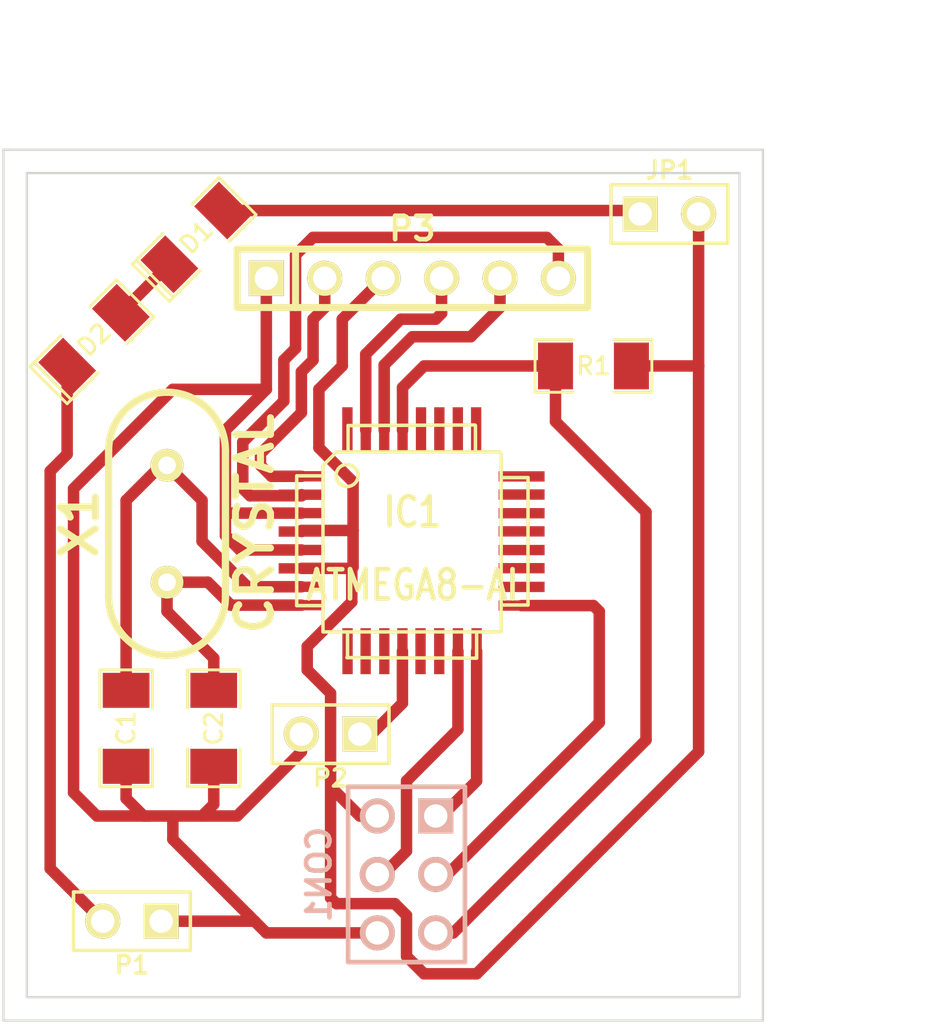
<source format=kicad_pcb>
(kicad_pcb (version 3) (host pcbnew "(2013-may-18)-stable")

  (general
    (links 29)
    (no_connects 0)
    (area 135.077999 85.039999 168.198001 122.986001)
    (thickness 1.6)
    (drawings 13)
    (tracks 134)
    (zones 0)
    (modules 12)
    (nets 17)
  )

  (page A4)
  (layers
    (15 F.Cu signal)
    (0 B.Cu signal)
    (16 B.Adhes user)
    (17 F.Adhes user)
    (18 B.Paste user)
    (19 F.Paste user)
    (20 B.SilkS user)
    (21 F.SilkS user)
    (22 B.Mask user)
    (23 F.Mask user)
    (24 Dwgs.User user)
    (25 Cmts.User user)
    (26 Eco1.User user)
    (27 Eco2.User user)
    (28 Edge.Cuts user)
  )

  (setup
    (last_trace_width 0.5)
    (trace_clearance 0.254)
    (zone_clearance 0.508)
    (zone_45_only no)
    (trace_min 0.254)
    (segment_width 0.2)
    (edge_width 0.1)
    (via_size 1.2)
    (via_drill 1)
    (via_min_size 0.889)
    (via_min_drill 0.508)
    (uvia_size 0.508)
    (uvia_drill 0.127)
    (uvias_allowed no)
    (uvia_min_size 0.508)
    (uvia_min_drill 0.127)
    (pcb_text_width 0.3)
    (pcb_text_size 1.5 1.5)
    (mod_edge_width 0.15)
    (mod_text_size 1 1)
    (mod_text_width 0.15)
    (pad_size 1.5 1.5)
    (pad_drill 0.6)
    (pad_to_mask_clearance 0)
    (aux_axis_origin 0 0)
    (visible_elements FFFFFFBF)
    (pcbplotparams
      (layerselection 3178497)
      (usegerberextensions true)
      (excludeedgelayer true)
      (linewidth 0.150000)
      (plotframeref false)
      (viasonmask false)
      (mode 1)
      (useauxorigin false)
      (hpglpennumber 1)
      (hpglpenspeed 20)
      (hpglpendiameter 15)
      (hpglpenoverlay 2)
      (psnegative false)
      (psa4output false)
      (plotreference true)
      (plotvalue true)
      (plotothertext true)
      (plotinvisibletext false)
      (padsonsilk false)
      (subtractmaskfromsilk false)
      (outputformat 1)
      (mirror false)
      (drillshape 1)
      (scaleselection 1)
      (outputdirectory ""))
  )

  (net 0 "")
  (net 1 N-0000014)
  (net 2 N-0000015)
  (net 3 N-0000016)
  (net 4 N-0000018)
  (net 5 N-0000019)
  (net 6 N-0000020)
  (net 7 N-0000021)
  (net 8 N-0000022)
  (net 9 N-0000026)
  (net 10 N-0000027)
  (net 11 N-0000028)
  (net 12 N-0000029)
  (net 13 N-0000030)
  (net 14 N-0000031)
  (net 15 N-0000032)
  (net 16 N-0000033)

  (net_class Default "This is the default net class."
    (clearance 0.254)
    (trace_width 0.5)
    (via_dia 1.2)
    (via_drill 1)
    (uvia_dia 0.508)
    (uvia_drill 0.127)
    (add_net "")
    (add_net N-0000014)
    (add_net N-0000015)
    (add_net N-0000016)
    (add_net N-0000018)
    (add_net N-0000019)
    (add_net N-0000020)
    (add_net N-0000021)
    (add_net N-0000022)
    (add_net N-0000026)
    (add_net N-0000027)
    (add_net N-0000028)
    (add_net N-0000029)
    (add_net N-0000030)
    (add_net N-0000031)
    (add_net N-0000032)
    (add_net N-0000033)
  )

  (module TQFP32 (layer F.Cu) (tedit 43A670DA) (tstamp 53B3008E)
    (at 152.908 102.108)
    (path /53B2F114)
    (fp_text reference IC1 (at 0 -1.27) (layer F.SilkS)
      (effects (font (size 1.27 1.016) (thickness 0.2032)))
    )
    (fp_text value ATMEGA8-AI (at 0 1.905) (layer F.SilkS)
      (effects (font (size 1.27 1.016) (thickness 0.2032)))
    )
    (fp_line (start 5.0292 2.7686) (end 3.8862 2.7686) (layer F.SilkS) (width 0.1524))
    (fp_line (start 5.0292 -2.7686) (end 3.9116 -2.7686) (layer F.SilkS) (width 0.1524))
    (fp_line (start 5.0292 2.7686) (end 5.0292 -2.7686) (layer F.SilkS) (width 0.1524))
    (fp_line (start 2.794 3.9624) (end 2.794 5.0546) (layer F.SilkS) (width 0.1524))
    (fp_line (start -2.8194 3.9878) (end -2.8194 5.0546) (layer F.SilkS) (width 0.1524))
    (fp_line (start -2.8448 5.0546) (end 2.794 5.08) (layer F.SilkS) (width 0.1524))
    (fp_line (start -2.794 -5.0292) (end 2.7178 -5.0546) (layer F.SilkS) (width 0.1524))
    (fp_line (start -3.8862 -3.2766) (end -3.8862 3.9116) (layer F.SilkS) (width 0.1524))
    (fp_line (start 2.7432 -5.0292) (end 2.7432 -3.9878) (layer F.SilkS) (width 0.1524))
    (fp_line (start -3.2512 -3.8862) (end 3.81 -3.8862) (layer F.SilkS) (width 0.1524))
    (fp_line (start 3.8608 3.937) (end 3.8608 -3.7846) (layer F.SilkS) (width 0.1524))
    (fp_line (start -3.8862 3.937) (end 3.7338 3.937) (layer F.SilkS) (width 0.1524))
    (fp_line (start -5.0292 -2.8448) (end -5.0292 2.794) (layer F.SilkS) (width 0.1524))
    (fp_line (start -5.0292 2.794) (end -3.8862 2.794) (layer F.SilkS) (width 0.1524))
    (fp_line (start -3.87604 -3.302) (end -3.29184 -3.8862) (layer F.SilkS) (width 0.1524))
    (fp_line (start -5.02412 -2.8448) (end -3.87604 -2.8448) (layer F.SilkS) (width 0.1524))
    (fp_line (start -2.794 -3.8862) (end -2.794 -5.03428) (layer F.SilkS) (width 0.1524))
    (fp_circle (center -2.83972 -2.86004) (end -2.43332 -2.60604) (layer F.SilkS) (width 0.1524))
    (pad 8 smd rect (at -4.81584 2.77622) (size 1.99898 0.44958)
      (layers F.Cu F.Paste F.Mask)
      (net 15 N-0000032)
    )
    (pad 7 smd rect (at -4.81584 1.97612) (size 1.99898 0.44958)
      (layers F.Cu F.Paste F.Mask)
      (net 16 N-0000033)
    )
    (pad 6 smd rect (at -4.81584 1.17602) (size 1.99898 0.44958)
      (layers F.Cu F.Paste F.Mask)
      (net 14 N-0000031)
    )
    (pad 5 smd rect (at -4.81584 0.37592) (size 1.99898 0.44958)
      (layers F.Cu F.Paste F.Mask)
      (net 5 N-0000019)
    )
    (pad 4 smd rect (at -4.81584 -0.42418) (size 1.99898 0.44958)
      (layers F.Cu F.Paste F.Mask)
      (net 14 N-0000031)
    )
    (pad 3 smd rect (at -4.81584 -1.22428) (size 1.99898 0.44958)
      (layers F.Cu F.Paste F.Mask)
      (net 5 N-0000019)
    )
    (pad 2 smd rect (at -4.81584 -2.02438) (size 1.99898 0.44958)
      (layers F.Cu F.Paste F.Mask)
      (net 13 N-0000030)
    )
    (pad 1 smd rect (at -4.81584 -2.82448) (size 1.99898 0.44958)
      (layers F.Cu F.Paste F.Mask)
      (net 10 N-0000027)
    )
    (pad 24 smd rect (at 4.7498 -2.8194) (size 1.99898 0.44958)
      (layers F.Cu F.Paste F.Mask)
    )
    (pad 17 smd rect (at 4.7498 2.794) (size 1.99898 0.44958)
      (layers F.Cu F.Paste F.Mask)
      (net 3 N-0000016)
    )
    (pad 18 smd rect (at 4.7498 1.9812) (size 1.99898 0.44958)
      (layers F.Cu F.Paste F.Mask)
    )
    (pad 19 smd rect (at 4.7498 1.1684) (size 1.99898 0.44958)
      (layers F.Cu F.Paste F.Mask)
    )
    (pad 20 smd rect (at 4.7498 0.381) (size 1.99898 0.44958)
      (layers F.Cu F.Paste F.Mask)
    )
    (pad 21 smd rect (at 4.7498 -0.4318) (size 1.99898 0.44958)
      (layers F.Cu F.Paste F.Mask)
    )
    (pad 22 smd rect (at 4.7498 -1.2192) (size 1.99898 0.44958)
      (layers F.Cu F.Paste F.Mask)
    )
    (pad 23 smd rect (at 4.7498 -2.032) (size 1.99898 0.44958)
      (layers F.Cu F.Paste F.Mask)
    )
    (pad 32 smd rect (at -2.82448 -4.826) (size 0.44958 1.99898)
      (layers F.Cu F.Paste F.Mask)
    )
    (pad 31 smd rect (at -2.02692 -4.826) (size 0.44958 1.99898)
      (layers F.Cu F.Paste F.Mask)
      (net 11 N-0000028)
    )
    (pad 30 smd rect (at -1.22428 -4.826) (size 0.44958 1.99898)
      (layers F.Cu F.Paste F.Mask)
      (net 12 N-0000029)
    )
    (pad 29 smd rect (at -0.42672 -4.826) (size 0.44958 1.99898)
      (layers F.Cu F.Paste F.Mask)
      (net 4 N-0000018)
    )
    (pad 28 smd rect (at 0.37592 -4.826) (size 0.44958 1.99898)
      (layers F.Cu F.Paste F.Mask)
    )
    (pad 27 smd rect (at 1.17348 -4.826) (size 0.44958 1.99898)
      (layers F.Cu F.Paste F.Mask)
    )
    (pad 26 smd rect (at 1.97612 -4.826) (size 0.44958 1.99898)
      (layers F.Cu F.Paste F.Mask)
    )
    (pad 25 smd rect (at 2.77368 -4.826) (size 0.44958 1.99898)
      (layers F.Cu F.Paste F.Mask)
    )
    (pad 9 smd rect (at -2.8194 4.7752) (size 0.44958 1.99898)
      (layers F.Cu F.Paste F.Mask)
    )
    (pad 10 smd rect (at -2.032 4.7752) (size 0.44958 1.99898)
      (layers F.Cu F.Paste F.Mask)
    )
    (pad 11 smd rect (at -1.2192 4.7752) (size 0.44958 1.99898)
      (layers F.Cu F.Paste F.Mask)
    )
    (pad 12 smd rect (at -0.4318 4.7752) (size 0.44958 1.99898)
      (layers F.Cu F.Paste F.Mask)
      (net 9 N-0000026)
    )
    (pad 13 smd rect (at 0.3556 4.7752) (size 0.44958 1.99898)
      (layers F.Cu F.Paste F.Mask)
    )
    (pad 14 smd rect (at 1.1684 4.7752) (size 0.44958 1.99898)
      (layers F.Cu F.Paste F.Mask)
    )
    (pad 15 smd rect (at 1.9812 4.7752) (size 0.44958 1.99898)
      (layers F.Cu F.Paste F.Mask)
      (net 1 N-0000014)
    )
    (pad 16 smd rect (at 2.794 4.7752) (size 0.44958 1.99898)
      (layers F.Cu F.Paste F.Mask)
      (net 2 N-0000015)
    )
    (model smd/tqfp32.wrl
      (at (xyz 0 0 0))
      (scale (xyz 1 1 1))
      (rotate (xyz 0 0 0))
    )
  )

  (module SM1206 (layer F.Cu) (tedit 42806E24) (tstamp 53B3009A)
    (at 160.782 94.488 180)
    (path /53B2F5B0)
    (attr smd)
    (fp_text reference R1 (at 0 0 180) (layer F.SilkS)
      (effects (font (size 0.762 0.762) (thickness 0.127)))
    )
    (fp_text value 10K (at 0 0 180) (layer F.SilkS) hide
      (effects (font (size 0.762 0.762) (thickness 0.127)))
    )
    (fp_line (start -2.54 -1.143) (end -2.54 1.143) (layer F.SilkS) (width 0.127))
    (fp_line (start -2.54 1.143) (end -0.889 1.143) (layer F.SilkS) (width 0.127))
    (fp_line (start 0.889 -1.143) (end 2.54 -1.143) (layer F.SilkS) (width 0.127))
    (fp_line (start 2.54 -1.143) (end 2.54 1.143) (layer F.SilkS) (width 0.127))
    (fp_line (start 2.54 1.143) (end 0.889 1.143) (layer F.SilkS) (width 0.127))
    (fp_line (start -0.889 -1.143) (end -2.54 -1.143) (layer F.SilkS) (width 0.127))
    (pad 1 smd rect (at -1.651 0 180) (size 1.524 2.032)
      (layers F.Cu F.Paste F.Mask)
      (net 14 N-0000031)
    )
    (pad 2 smd rect (at 1.651 0 180) (size 1.524 2.032)
      (layers F.Cu F.Paste F.Mask)
      (net 4 N-0000018)
    )
    (model smd/chip_cms.wrl
      (at (xyz 0 0 0))
      (scale (xyz 0.17 0.16 0.16))
      (rotate (xyz 0 0 0))
    )
  )

  (module SM1206 (layer F.Cu) (tedit 42806E24) (tstamp 53B300A6)
    (at 140.462 110.236 270)
    (path /53B2FDE4)
    (attr smd)
    (fp_text reference C1 (at 0 0 270) (layer F.SilkS)
      (effects (font (size 0.762 0.762) (thickness 0.127)))
    )
    (fp_text value C (at 0 0 270) (layer F.SilkS) hide
      (effects (font (size 0.762 0.762) (thickness 0.127)))
    )
    (fp_line (start -2.54 -1.143) (end -2.54 1.143) (layer F.SilkS) (width 0.127))
    (fp_line (start -2.54 1.143) (end -0.889 1.143) (layer F.SilkS) (width 0.127))
    (fp_line (start 0.889 -1.143) (end 2.54 -1.143) (layer F.SilkS) (width 0.127))
    (fp_line (start 2.54 -1.143) (end 2.54 1.143) (layer F.SilkS) (width 0.127))
    (fp_line (start 2.54 1.143) (end 0.889 1.143) (layer F.SilkS) (width 0.127))
    (fp_line (start -0.889 -1.143) (end -2.54 -1.143) (layer F.SilkS) (width 0.127))
    (pad 1 smd rect (at -1.651 0 270) (size 1.524 2.032)
      (layers F.Cu F.Paste F.Mask)
      (net 16 N-0000033)
    )
    (pad 2 smd rect (at 1.651 0 270) (size 1.524 2.032)
      (layers F.Cu F.Paste F.Mask)
      (net 5 N-0000019)
    )
    (model smd/chip_cms.wrl
      (at (xyz 0 0 0))
      (scale (xyz 0.17 0.16 0.16))
      (rotate (xyz 0 0 0))
    )
  )

  (module SM1206 (layer F.Cu) (tedit 42806E24) (tstamp 53B300B2)
    (at 144.272 110.236 270)
    (path /53B2FDF3)
    (attr smd)
    (fp_text reference C2 (at 0 0 270) (layer F.SilkS)
      (effects (font (size 0.762 0.762) (thickness 0.127)))
    )
    (fp_text value C (at 0 0 270) (layer F.SilkS) hide
      (effects (font (size 0.762 0.762) (thickness 0.127)))
    )
    (fp_line (start -2.54 -1.143) (end -2.54 1.143) (layer F.SilkS) (width 0.127))
    (fp_line (start -2.54 1.143) (end -0.889 1.143) (layer F.SilkS) (width 0.127))
    (fp_line (start 0.889 -1.143) (end 2.54 -1.143) (layer F.SilkS) (width 0.127))
    (fp_line (start 2.54 -1.143) (end 2.54 1.143) (layer F.SilkS) (width 0.127))
    (fp_line (start 2.54 1.143) (end 0.889 1.143) (layer F.SilkS) (width 0.127))
    (fp_line (start -0.889 -1.143) (end -2.54 -1.143) (layer F.SilkS) (width 0.127))
    (pad 1 smd rect (at -1.651 0 270) (size 1.524 2.032)
      (layers F.Cu F.Paste F.Mask)
      (net 15 N-0000032)
    )
    (pad 2 smd rect (at 1.651 0 270) (size 1.524 2.032)
      (layers F.Cu F.Paste F.Mask)
      (net 5 N-0000019)
    )
    (model smd/chip_cms.wrl
      (at (xyz 0 0 0))
      (scale (xyz 0.17 0.16 0.16))
      (rotate (xyz 0 0 0))
    )
  )

  (module pin_array_3x2 (layer B.Cu) (tedit 42931587) (tstamp 53B300C0)
    (at 152.654 116.586 270)
    (descr "Double rangee de contacts 2 x 4 pins")
    (tags CONN)
    (path /53B2FEDC)
    (fp_text reference CON1 (at 0 3.81 270) (layer B.SilkS)
      (effects (font (size 1.016 1.016) (thickness 0.2032)) (justify mirror))
    )
    (fp_text value AVR-ISP-6 (at 0 -3.81 270) (layer B.SilkS) hide
      (effects (font (size 1.016 1.016) (thickness 0.2032)) (justify mirror))
    )
    (fp_line (start 3.81 -2.54) (end -3.81 -2.54) (layer B.SilkS) (width 0.2032))
    (fp_line (start -3.81 2.54) (end 3.81 2.54) (layer B.SilkS) (width 0.2032))
    (fp_line (start 3.81 2.54) (end 3.81 -2.54) (layer B.SilkS) (width 0.2032))
    (fp_line (start -3.81 -2.54) (end -3.81 2.54) (layer B.SilkS) (width 0.2032))
    (pad 1 thru_hole rect (at -2.54 -1.27 270) (size 1.524 1.524) (drill 1.016)
      (layers *.Cu *.Mask B.SilkS)
      (net 2 N-0000015)
    )
    (pad 2 thru_hole circle (at -2.54 1.27 270) (size 1.524 1.524) (drill 1.016)
      (layers *.Cu *.Mask B.SilkS)
      (net 14 N-0000031)
    )
    (pad 3 thru_hole circle (at 0 -1.27 270) (size 1.524 1.524) (drill 1.016)
      (layers *.Cu *.Mask B.SilkS)
      (net 3 N-0000016)
    )
    (pad 4 thru_hole circle (at 0 1.27 270) (size 1.524 1.524) (drill 1.016)
      (layers *.Cu *.Mask B.SilkS)
      (net 1 N-0000014)
    )
    (pad 5 thru_hole circle (at 2.54 -1.27 270) (size 1.524 1.524) (drill 1.016)
      (layers *.Cu *.Mask B.SilkS)
      (net 4 N-0000018)
    )
    (pad 6 thru_hole circle (at 2.54 1.27 270) (size 1.524 1.524) (drill 1.016)
      (layers *.Cu *.Mask B.SilkS)
      (net 5 N-0000019)
    )
    (model pin_array/pins_array_3x2.wrl
      (at (xyz 0 0 0))
      (scale (xyz 1 1 1))
      (rotate (xyz 0 0 0))
    )
  )

  (module PIN_ARRAY_2X1 (layer F.Cu) (tedit 4565C520) (tstamp 53B300CA)
    (at 149.352 110.49 180)
    (descr "Connecteurs 2 pins")
    (tags "CONN DEV")
    (path /53B2F4B8)
    (fp_text reference P2 (at 0 -1.905 180) (layer F.SilkS)
      (effects (font (size 0.762 0.762) (thickness 0.1524)))
    )
    (fp_text value SCALE (at 0 -1.905 180) (layer F.SilkS) hide
      (effects (font (size 0.762 0.762) (thickness 0.1524)))
    )
    (fp_line (start -2.54 1.27) (end -2.54 -1.27) (layer F.SilkS) (width 0.1524))
    (fp_line (start -2.54 -1.27) (end 2.54 -1.27) (layer F.SilkS) (width 0.1524))
    (fp_line (start 2.54 -1.27) (end 2.54 1.27) (layer F.SilkS) (width 0.1524))
    (fp_line (start 2.54 1.27) (end -2.54 1.27) (layer F.SilkS) (width 0.1524))
    (pad 1 thru_hole rect (at -1.27 0 180) (size 1.524 1.524) (drill 1.016)
      (layers *.Cu *.Mask F.SilkS)
      (net 9 N-0000026)
    )
    (pad 2 thru_hole circle (at 1.27 0 180) (size 1.524 1.524) (drill 1.016)
      (layers *.Cu *.Mask F.SilkS)
      (net 5 N-0000019)
    )
    (model pin_array/pins_array_2x1.wrl
      (at (xyz 0 0 0))
      (scale (xyz 1 1 1))
      (rotate (xyz 0 0 0))
    )
  )

  (module PIN_ARRAY_2X1 (layer F.Cu) (tedit 4565C520) (tstamp 53B300D4)
    (at 140.716 118.618 180)
    (descr "Connecteurs 2 pins")
    (tags "CONN DEV")
    (path /53B2FBD9)
    (fp_text reference P1 (at 0 -1.905 180) (layer F.SilkS)
      (effects (font (size 0.762 0.762) (thickness 0.1524)))
    )
    (fp_text value POWER (at 0 -1.905 180) (layer F.SilkS) hide
      (effects (font (size 0.762 0.762) (thickness 0.1524)))
    )
    (fp_line (start -2.54 1.27) (end -2.54 -1.27) (layer F.SilkS) (width 0.1524))
    (fp_line (start -2.54 -1.27) (end 2.54 -1.27) (layer F.SilkS) (width 0.1524))
    (fp_line (start 2.54 -1.27) (end 2.54 1.27) (layer F.SilkS) (width 0.1524))
    (fp_line (start 2.54 1.27) (end -2.54 1.27) (layer F.SilkS) (width 0.1524))
    (pad 1 thru_hole rect (at -1.27 0 180) (size 1.524 1.524) (drill 1.016)
      (layers *.Cu *.Mask F.SilkS)
      (net 5 N-0000019)
    )
    (pad 2 thru_hole circle (at 1.27 0 180) (size 1.524 1.524) (drill 1.016)
      (layers *.Cu *.Mask F.SilkS)
      (net 6 N-0000020)
    )
    (model pin_array/pins_array_2x1.wrl
      (at (xyz 0 0 0))
      (scale (xyz 1 1 1))
      (rotate (xyz 0 0 0))
    )
  )

  (module PIN_ARRAY_2X1 (layer F.Cu) (tedit 4565C520) (tstamp 53B300DE)
    (at 164.084 87.884)
    (descr "Connecteurs 2 pins")
    (tags "CONN DEV")
    (path /53B2FBEE)
    (fp_text reference JP1 (at 0 -1.905) (layer F.SilkS)
      (effects (font (size 0.762 0.762) (thickness 0.1524)))
    )
    (fp_text value JUMPER (at 0 -1.905) (layer F.SilkS) hide
      (effects (font (size 0.762 0.762) (thickness 0.1524)))
    )
    (fp_line (start -2.54 1.27) (end -2.54 -1.27) (layer F.SilkS) (width 0.1524))
    (fp_line (start -2.54 -1.27) (end 2.54 -1.27) (layer F.SilkS) (width 0.1524))
    (fp_line (start 2.54 -1.27) (end 2.54 1.27) (layer F.SilkS) (width 0.1524))
    (fp_line (start 2.54 1.27) (end -2.54 1.27) (layer F.SilkS) (width 0.1524))
    (pad 1 thru_hole rect (at -1.27 0) (size 1.524 1.524) (drill 1.016)
      (layers *.Cu *.Mask F.SilkS)
      (net 8 N-0000022)
    )
    (pad 2 thru_hole circle (at 1.27 0) (size 1.524 1.524) (drill 1.016)
      (layers *.Cu *.Mask F.SilkS)
      (net 14 N-0000031)
    )
    (model pin_array/pins_array_2x1.wrl
      (at (xyz 0 0 0))
      (scale (xyz 1 1 1))
      (rotate (xyz 0 0 0))
    )
  )

  (module PIN_ARRAY-6X1 (layer F.Cu) (tedit 41402119) (tstamp 53B300F7)
    (at 152.908 90.678)
    (descr "Connecteur 6 pins")
    (tags "CONN DEV")
    (path /53B2F89E)
    (fp_text reference P3 (at 0 -2.159) (layer F.SilkS)
      (effects (font (size 1.016 1.016) (thickness 0.2032)))
    )
    (fp_text value FTDI (at 0 2.159) (layer F.SilkS) hide
      (effects (font (size 1.016 0.889) (thickness 0.2032)))
    )
    (fp_line (start -7.62 1.27) (end -7.62 -1.27) (layer F.SilkS) (width 0.3048))
    (fp_line (start -7.62 -1.27) (end 7.62 -1.27) (layer F.SilkS) (width 0.3048))
    (fp_line (start 7.62 -1.27) (end 7.62 1.27) (layer F.SilkS) (width 0.3048))
    (fp_line (start 7.62 1.27) (end -7.62 1.27) (layer F.SilkS) (width 0.3048))
    (fp_line (start -5.08 1.27) (end -5.08 -1.27) (layer F.SilkS) (width 0.3048))
    (pad 1 thru_hole rect (at -6.35 0) (size 1.524 1.524) (drill 1.016)
      (layers *.Cu *.Mask F.SilkS)
      (net 5 N-0000019)
    )
    (pad 2 thru_hole circle (at -3.81 0) (size 1.524 1.524) (drill 1.016)
      (layers *.Cu *.Mask F.SilkS)
      (net 10 N-0000027)
    )
    (pad 3 thru_hole circle (at -1.27 0) (size 1.524 1.524) (drill 1.016)
      (layers *.Cu *.Mask F.SilkS)
      (net 14 N-0000031)
    )
    (pad 4 thru_hole circle (at 1.27 0) (size 1.524 1.524) (drill 1.016)
      (layers *.Cu *.Mask F.SilkS)
      (net 11 N-0000028)
    )
    (pad 5 thru_hole circle (at 3.81 0) (size 1.524 1.524) (drill 1.016)
      (layers *.Cu *.Mask F.SilkS)
      (net 12 N-0000029)
    )
    (pad 6 thru_hole circle (at 6.35 0) (size 1.524 1.524) (drill 1.016)
      (layers *.Cu *.Mask F.SilkS)
      (net 13 N-0000030)
    )
    (model pin_array/pins_array_6x1.wrl
      (at (xyz 0 0 0))
      (scale (xyz 1 1 1))
      (rotate (xyz 0 0 0))
    )
  )

  (module HC-49V (layer F.Cu) (tedit 4C5EC450) (tstamp 53B300E8)
    (at 142.24 101.346 90)
    (descr "Quartz boitier HC-49 Vertical")
    (tags "QUARTZ DEV")
    (path /53B2FCCB)
    (autoplace_cost180 10)
    (fp_text reference X1 (at 0 -3.81 90) (layer F.SilkS)
      (effects (font (size 1.524 1.524) (thickness 0.3048)))
    )
    (fp_text value CRYSTAL (at 0 3.81 90) (layer F.SilkS)
      (effects (font (size 1.524 1.524) (thickness 0.3048)))
    )
    (fp_line (start -3.175 2.54) (end 3.175 2.54) (layer F.SilkS) (width 0.3175))
    (fp_line (start -3.175 -2.54) (end 3.175 -2.54) (layer F.SilkS) (width 0.3175))
    (fp_arc (start 3.175 0) (end 3.175 -2.54) (angle 90) (layer F.SilkS) (width 0.3175))
    (fp_arc (start 3.175 0) (end 5.715 0) (angle 90) (layer F.SilkS) (width 0.3175))
    (fp_arc (start -3.175 0) (end -5.715 0) (angle 90) (layer F.SilkS) (width 0.3175))
    (fp_arc (start -3.175 0) (end -3.175 2.54) (angle 90) (layer F.SilkS) (width 0.3175))
    (pad 1 thru_hole circle (at -2.54 0 90) (size 1.4224 1.4224) (drill 0.762)
      (layers *.Cu *.Mask F.SilkS)
      (net 15 N-0000032)
    )
    (pad 2 thru_hole circle (at 2.54 0 90) (size 1.4224 1.4224) (drill 0.762)
      (layers *.Cu *.Mask F.SilkS)
      (net 16 N-0000033)
    )
    (model discret/xtal/crystal_hc18u_vertical.wrl
      (at (xyz 0 0 0))
      (scale (xyz 1 1 0.2))
      (rotate (xyz 0 0 0))
    )
  )

  (module SM1206POL (layer F.Cu) (tedit 42806E4C) (tstamp 53B53E5F)
    (at 139.065 93.345 45)
    (path /53B53DE1)
    (attr smd)
    (fp_text reference D2 (at 0 0 45) (layer F.SilkS)
      (effects (font (size 0.762 0.762) (thickness 0.127)))
    )
    (fp_text value DIODE (at 0 0 45) (layer F.SilkS) hide
      (effects (font (size 0.762 0.762) (thickness 0.127)))
    )
    (fp_line (start -2.54 -1.143) (end -2.794 -1.143) (layer F.SilkS) (width 0.127))
    (fp_line (start -2.794 -1.143) (end -2.794 1.143) (layer F.SilkS) (width 0.127))
    (fp_line (start -2.794 1.143) (end -2.54 1.143) (layer F.SilkS) (width 0.127))
    (fp_line (start -2.54 -1.143) (end -2.54 1.143) (layer F.SilkS) (width 0.127))
    (fp_line (start -2.54 1.143) (end -0.889 1.143) (layer F.SilkS) (width 0.127))
    (fp_line (start 0.889 -1.143) (end 2.54 -1.143) (layer F.SilkS) (width 0.127))
    (fp_line (start 2.54 -1.143) (end 2.54 1.143) (layer F.SilkS) (width 0.127))
    (fp_line (start 2.54 1.143) (end 0.889 1.143) (layer F.SilkS) (width 0.127))
    (fp_line (start -0.889 -1.143) (end -2.54 -1.143) (layer F.SilkS) (width 0.127))
    (pad 1 smd rect (at -1.651 0 45) (size 1.524 2.032)
      (layers F.Cu F.Paste F.Mask)
      (net 6 N-0000020)
    )
    (pad 2 smd rect (at 1.651 0 45) (size 1.524 2.032)
      (layers F.Cu F.Paste F.Mask)
      (net 7 N-0000021)
    )
    (model smd/chip_cms_pol.wrl
      (at (xyz 0 0 0))
      (scale (xyz 0.17 0.16 0.16))
      (rotate (xyz 0 0 0))
    )
  )

  (module SM1206POL (layer F.Cu) (tedit 42806E4C) (tstamp 53B53E6E)
    (at 143.51 88.9 45)
    (path /53B53DF0)
    (attr smd)
    (fp_text reference D1 (at 0 0 45) (layer F.SilkS)
      (effects (font (size 0.762 0.762) (thickness 0.127)))
    )
    (fp_text value DIODE (at 0 0 45) (layer F.SilkS) hide
      (effects (font (size 0.762 0.762) (thickness 0.127)))
    )
    (fp_line (start -2.54 -1.143) (end -2.794 -1.143) (layer F.SilkS) (width 0.127))
    (fp_line (start -2.794 -1.143) (end -2.794 1.143) (layer F.SilkS) (width 0.127))
    (fp_line (start -2.794 1.143) (end -2.54 1.143) (layer F.SilkS) (width 0.127))
    (fp_line (start -2.54 -1.143) (end -2.54 1.143) (layer F.SilkS) (width 0.127))
    (fp_line (start -2.54 1.143) (end -0.889 1.143) (layer F.SilkS) (width 0.127))
    (fp_line (start 0.889 -1.143) (end 2.54 -1.143) (layer F.SilkS) (width 0.127))
    (fp_line (start 2.54 -1.143) (end 2.54 1.143) (layer F.SilkS) (width 0.127))
    (fp_line (start 2.54 1.143) (end 0.889 1.143) (layer F.SilkS) (width 0.127))
    (fp_line (start -0.889 -1.143) (end -2.54 -1.143) (layer F.SilkS) (width 0.127))
    (pad 1 smd rect (at -1.651 0 45) (size 1.524 2.032)
      (layers F.Cu F.Paste F.Mask)
      (net 7 N-0000021)
    )
    (pad 2 smd rect (at 1.651 0 45) (size 1.524 2.032)
      (layers F.Cu F.Paste F.Mask)
      (net 8 N-0000022)
    )
    (model smd/chip_cms_pol.wrl
      (at (xyz 0 0 0))
      (scale (xyz 0.17 0.16 0.16))
      (rotate (xyz 0 0 0))
    )
  )

  (dimension 37.846 (width 0.3) (layer Cmts.User)
    (gr_text "37.846 mm" (at 173.053999 104.013 270) (layer Cmts.User)
      (effects (font (size 1.5 1.5) (thickness 0.3)))
    )
    (feature1 (pts (xy 168.148 122.936) (xy 174.403999 122.936)))
    (feature2 (pts (xy 168.148 85.09) (xy 174.403999 85.09)))
    (crossbar (pts (xy 171.703999 85.09) (xy 171.703999 122.936)))
    (arrow1a (pts (xy 171.703999 122.936) (xy 171.117579 121.809497)))
    (arrow1b (pts (xy 171.703999 122.936) (xy 172.290419 121.809497)))
    (arrow2a (pts (xy 171.703999 85.09) (xy 171.117579 86.216503)))
    (arrow2b (pts (xy 171.703999 85.09) (xy 172.290419 86.216503)))
  )
  (dimension 33.02 (width 0.3) (layer Cmts.User)
    (gr_text "33.020 mm" (at 151.638 80.438001) (layer Cmts.User)
      (effects (font (size 1.5 1.5) (thickness 0.3)))
    )
    (feature1 (pts (xy 168.148 85.09) (xy 168.148 79.088001)))
    (feature2 (pts (xy 135.128 85.09) (xy 135.128 79.088001)))
    (crossbar (pts (xy 135.128 81.788001) (xy 168.148 81.788001)))
    (arrow1a (pts (xy 168.148 81.788001) (xy 167.021497 82.374421)))
    (arrow1b (pts (xy 168.148 81.788001) (xy 167.021497 81.201581)))
    (arrow2a (pts (xy 135.128 81.788001) (xy 136.254503 82.374421)))
    (arrow2b (pts (xy 135.128 81.788001) (xy 136.254503 81.201581)))
  )
  (gr_line (start 135.128 85.09) (end 135.382 85.09) (angle 90) (layer Edge.Cuts) (width 0.1))
  (gr_line (start 135.128 122.936) (end 135.128 85.09) (angle 90) (layer Edge.Cuts) (width 0.1))
  (gr_line (start 168.148 122.936) (end 135.128 122.936) (angle 90) (layer Edge.Cuts) (width 0.1))
  (gr_line (start 168.148 85.09) (end 168.148 122.936) (angle 90) (layer Edge.Cuts) (width 0.1))
  (gr_line (start 167.894 85.09) (end 168.148 85.09) (angle 90) (layer Edge.Cuts) (width 0.1))
  (gr_line (start 135.382 85.09) (end 167.894 85.09) (angle 90) (layer Edge.Cuts) (width 0.1))
  (gr_line (start 167.132 121.92) (end 166.624 121.92) (angle 90) (layer Edge.Cuts) (width 0.1))
  (gr_line (start 167.132 86.106) (end 167.132 121.92) (angle 90) (layer Edge.Cuts) (width 0.1))
  (gr_line (start 136.144 121.92) (end 166.624 121.92) (angle 90) (layer Edge.Cuts) (width 0.1))
  (gr_line (start 136.144 86.106) (end 136.144 121.92) (angle 90) (layer Edge.Cuts) (width 0.1))
  (gr_line (start 167.132 86.106) (end 136.144 86.106) (angle 90) (layer Edge.Cuts) (width 0.1))

  (segment (start 151.384 116.586) (end 151.638 116.586) (width 0.5) (layer F.Cu) (net 1))
  (segment (start 154.8892 110.2868) (end 154.8892 106.8832) (width 0.5) (layer F.Cu) (net 1) (tstamp 53B30B7C))
  (segment (start 152.654 112.522) (end 154.8892 110.2868) (width 0.5) (layer F.Cu) (net 1) (tstamp 53B30B7A))
  (segment (start 152.654 115.57) (end 152.654 112.522) (width 0.5) (layer F.Cu) (net 1) (tstamp 53B30B79))
  (segment (start 151.638 116.586) (end 152.654 115.57) (width 0.5) (layer F.Cu) (net 1) (tstamp 53B30B77))
  (segment (start 153.924 114.046) (end 154.178 114.046) (width 0.5) (layer F.Cu) (net 2))
  (segment (start 155.702 112.522) (end 155.702 106.8832) (width 0.5) (layer F.Cu) (net 2) (tstamp 53B30B52))
  (segment (start 154.178 114.046) (end 155.702 112.522) (width 0.5) (layer F.Cu) (net 2) (tstamp 53B30B50))
  (segment (start 153.924 116.586) (end 154.432 116.586) (width 0.5) (layer F.Cu) (net 3))
  (segment (start 160.782 104.902) (end 157.6578 104.902) (width 0.5) (layer F.Cu) (net 3) (tstamp 53B30B59))
  (segment (start 161.036 105.156) (end 160.782 104.902) (width 0.5) (layer F.Cu) (net 3) (tstamp 53B30B58))
  (segment (start 161.036 109.982) (end 161.036 105.156) (width 0.5) (layer F.Cu) (net 3) (tstamp 53B30B56))
  (segment (start 154.432 116.586) (end 161.036 109.982) (width 0.5) (layer F.Cu) (net 3) (tstamp 53B30B55))
  (segment (start 153.924 119.126) (end 154.686 119.126) (width 0.5) (layer F.Cu) (net 4))
  (segment (start 159.131 96.901) (end 159.131 94.488) (width 0.5) (layer F.Cu) (net 4) (tstamp 53B31179))
  (segment (start 163.068 100.838) (end 159.131 96.901) (width 0.5) (layer F.Cu) (net 4) (tstamp 53B31177))
  (segment (start 163.068 110.744) (end 163.068 100.838) (width 0.5) (layer F.Cu) (net 4) (tstamp 53B31175))
  (segment (start 154.686 119.126) (end 163.068 110.744) (width 0.5) (layer F.Cu) (net 4) (tstamp 53B31174))
  (segment (start 159.131 94.488) (end 153.416 94.488) (width 0.5) (layer F.Cu) (net 4))
  (segment (start 152.48128 95.42272) (end 152.48128 97.282) (width 0.5) (layer F.Cu) (net 4) (tstamp 53B31171))
  (segment (start 153.416 94.488) (end 152.48128 95.42272) (width 0.5) (layer F.Cu) (net 4) (tstamp 53B31170))
  (segment (start 141.986 118.618) (end 146.05 118.618) (width 0.5) (layer F.Cu) (net 5))
  (segment (start 145.796 118.618) (end 145.796 118.364) (width 0.5) (layer F.Cu) (net 5) (tstamp 53B31119))
  (segment (start 146.05 118.618) (end 145.796 118.618) (width 0.5) (layer F.Cu) (net 5) (tstamp 53B31116))
  (segment (start 148.082 110.49) (end 148.082 111.252) (width 0.5) (layer F.Cu) (net 5))
  (segment (start 145.288 114.046) (end 143.764 114.046) (width 0.5) (layer F.Cu) (net 5) (tstamp 53B30DA3))
  (segment (start 148.082 111.252) (end 145.288 114.046) (width 0.5) (layer F.Cu) (net 5) (tstamp 53B30DA1))
  (segment (start 141.478 114.046) (end 139.192 114.046) (width 0.5) (layer F.Cu) (net 5))
  (segment (start 142.494 95.504) (end 146.558 95.504) (width 0.5) (layer F.Cu) (net 5) (tstamp 53B30D4E))
  (segment (start 138.176 99.822) (end 142.494 95.504) (width 0.5) (layer F.Cu) (net 5) (tstamp 53B30D4C))
  (segment (start 138.176 113.03) (end 138.176 99.822) (width 0.5) (layer F.Cu) (net 5) (tstamp 53B30D49))
  (segment (start 139.192 114.046) (end 138.176 113.03) (width 0.5) (layer F.Cu) (net 5) (tstamp 53B30D48))
  (segment (start 142.494 114.046) (end 142.494 115.062) (width 0.5) (layer F.Cu) (net 5))
  (segment (start 146.558 119.126) (end 151.384 119.126) (width 0.5) (layer F.Cu) (net 5) (tstamp 53B30D36))
  (segment (start 142.494 115.062) (end 145.796 118.364) (width 0.5) (layer F.Cu) (net 5) (tstamp 53B30D35))
  (segment (start 145.796 118.364) (end 146.558 119.126) (width 0.5) (layer F.Cu) (net 5) (tstamp 53B3111A))
  (segment (start 140.462 111.887) (end 140.462 113.284) (width 0.5) (layer F.Cu) (net 5))
  (segment (start 144.272 113.538) (end 144.272 111.887) (width 0.5) (layer F.Cu) (net 5) (tstamp 53B30D30))
  (segment (start 143.764 114.046) (end 144.272 113.538) (width 0.5) (layer F.Cu) (net 5) (tstamp 53B30D2F))
  (segment (start 141.224 114.046) (end 141.478 114.046) (width 0.5) (layer F.Cu) (net 5) (tstamp 53B30D2E))
  (segment (start 141.478 114.046) (end 142.494 114.046) (width 0.5) (layer F.Cu) (net 5) (tstamp 53B30D46))
  (segment (start 142.494 114.046) (end 143.764 114.046) (width 0.5) (layer F.Cu) (net 5) (tstamp 53B30D33))
  (segment (start 140.462 113.284) (end 141.224 114.046) (width 0.5) (layer F.Cu) (net 5) (tstamp 53B30D2B))
  (segment (start 148.09216 100.88372) (end 144.78 100.88372) (width 0.5) (layer F.Cu) (net 5))
  (segment (start 144.78 100.88372) (end 144.78 100.838) (width 0.5) (layer F.Cu) (net 5) (tstamp 53B30219))
  (segment (start 146.558 90.678) (end 146.558 95.504) (width 0.5) (layer F.Cu) (net 5))
  (segment (start 145.40992 102.48392) (end 148.09216 102.48392) (width 0.5) (layer F.Cu) (net 5) (tstamp 53B30216))
  (segment (start 144.78 101.854) (end 145.40992 102.48392) (width 0.5) (layer F.Cu) (net 5) (tstamp 53B30215))
  (segment (start 144.78 97.282) (end 144.78 100.838) (width 0.5) (layer F.Cu) (net 5) (tstamp 53B30214))
  (segment (start 146.558 95.504) (end 144.78 97.282) (width 0.5) (layer F.Cu) (net 5) (tstamp 53B30213))
  (segment (start 144.78 100.838) (end 144.78 101.854) (width 0.5) (layer F.Cu) (net 5) (tstamp 53B3021C))
  (segment (start 137.897567 94.512433) (end 137.897567 98.322433) (width 0.5) (layer F.Cu) (net 6) (status 400000))
  (segment (start 137.16 116.332) (end 139.446 118.618) (width 0.5) (layer F.Cu) (net 6) (tstamp 53B53ED0) (status 800000))
  (segment (start 137.16 99.06) (end 137.16 116.332) (width 0.5) (layer F.Cu) (net 6) (tstamp 53B53ECF))
  (segment (start 137.897567 98.322433) (end 137.16 99.06) (width 0.5) (layer F.Cu) (net 6) (tstamp 53B53ECE))
  (segment (start 140.232433 92.177567) (end 142.342567 90.067433) (width 0.5) (layer F.Cu) (net 7) (status C00000))
  (segment (start 144.677433 87.732567) (end 162.662567 87.732567) (width 0.5) (layer F.Cu) (net 8) (status C00000))
  (segment (start 162.662567 87.732567) (end 162.814 87.884) (width 0.5) (layer F.Cu) (net 8) (tstamp 53B53ECB) (status C00000))
  (segment (start 150.622 110.49) (end 151.13 110.49) (width 0.5) (layer F.Cu) (net 9))
  (segment (start 152.4762 109.1438) (end 152.4762 106.8832) (width 0.5) (layer F.Cu) (net 9) (tstamp 53B30D9C))
  (segment (start 151.13 110.49) (end 152.4762 109.1438) (width 0.5) (layer F.Cu) (net 9) (tstamp 53B30D9B))
  (segment (start 149.098 90.678) (end 149.098 91.948) (width 0.5) (layer F.Cu) (net 10))
  (segment (start 146.78152 99.28352) (end 148.09216 99.28352) (width 0.5) (layer F.Cu) (net 10) (tstamp 53B31046))
  (segment (start 146.304 98.806) (end 146.78152 99.28352) (width 0.5) (layer F.Cu) (net 10) (tstamp 53B31044))
  (segment (start 146.304 98.298) (end 146.304 98.806) (width 0.5) (layer F.Cu) (net 10) (tstamp 53B31040))
  (segment (start 148.082 96.52) (end 146.304 98.298) (width 0.5) (layer F.Cu) (net 10) (tstamp 53B3103C))
  (segment (start 148.082 94.742) (end 148.082 96.52) (width 0.5) (layer F.Cu) (net 10) (tstamp 53B31039))
  (segment (start 148.59 94.234) (end 148.082 94.742) (width 0.5) (layer F.Cu) (net 10) (tstamp 53B31038))
  (segment (start 148.59 92.456) (end 148.59 94.234) (width 0.5) (layer F.Cu) (net 10) (tstamp 53B31035))
  (segment (start 149.098 91.948) (end 148.59 92.456) (width 0.5) (layer F.Cu) (net 10) (tstamp 53B31033))
  (segment (start 154.178 90.678) (end 154.178 92.202) (width 0.5) (layer F.Cu) (net 11))
  (segment (start 150.88108 93.97492) (end 150.88108 97.282) (width 0.5) (layer F.Cu) (net 11) (tstamp 53B301FB))
  (segment (start 152.4 92.456) (end 150.88108 93.97492) (width 0.5) (layer F.Cu) (net 11) (tstamp 53B301FA))
  (segment (start 153.924 92.456) (end 152.4 92.456) (width 0.5) (layer F.Cu) (net 11) (tstamp 53B301F9))
  (segment (start 154.178 92.202) (end 153.924 92.456) (width 0.5) (layer F.Cu) (net 11) (tstamp 53B301F8))
  (segment (start 156.718 90.678) (end 156.718 91.948) (width 0.5) (layer F.Cu) (net 12))
  (segment (start 151.68372 94.44228) (end 151.68372 97.282) (width 0.5) (layer F.Cu) (net 12) (tstamp 53B301E9))
  (segment (start 152.908 93.218) (end 151.68372 94.44228) (width 0.5) (layer F.Cu) (net 12) (tstamp 53B301E8))
  (segment (start 155.448 93.218) (end 152.908 93.218) (width 0.5) (layer F.Cu) (net 12) (tstamp 53B301E7))
  (segment (start 156.718 91.948) (end 155.448 93.218) (width 0.5) (layer F.Cu) (net 12) (tstamp 53B301E6))
  (segment (start 159.258 90.678) (end 159.258 89.408) (width 0.5) (layer F.Cu) (net 13))
  (segment (start 148.09216 100.129718) (end 148.09216 100.08362) (width 0.5) (layer F.Cu) (net 13) (tstamp 53B30FE8))
  (segment (start 145.849718 100.129718) (end 148.09216 100.129718) (width 0.5) (layer F.Cu) (net 13) (tstamp 53B30FE6))
  (segment (start 145.534002 99.814002) (end 145.849718 100.129718) (width 0.5) (layer F.Cu) (net 13) (tstamp 53B30FE5))
  (segment (start 145.534002 97.797998) (end 145.534002 99.814002) (width 0.5) (layer F.Cu) (net 13) (tstamp 53B30FE2))
  (segment (start 147.32 96.012) (end 145.534002 97.797998) (width 0.5) (layer F.Cu) (net 13) (tstamp 53B30FDE))
  (segment (start 147.32 94.234) (end 147.32 96.012) (width 0.5) (layer F.Cu) (net 13) (tstamp 53B30FDA))
  (segment (start 147.828 93.726) (end 147.32 94.234) (width 0.5) (layer F.Cu) (net 13) (tstamp 53B30FD8))
  (segment (start 147.828 89.662) (end 147.828 93.726) (width 0.5) (layer F.Cu) (net 13) (tstamp 53B30FD6))
  (segment (start 148.59 88.9) (end 147.828 89.662) (width 0.5) (layer F.Cu) (net 13) (tstamp 53B30FD5))
  (segment (start 158.75 88.9) (end 148.59 88.9) (width 0.5) (layer F.Cu) (net 13) (tstamp 53B30FD2))
  (segment (start 159.258 89.408) (end 158.75 88.9) (width 0.5) (layer F.Cu) (net 13) (tstamp 53B30FD1))
  (segment (start 162.433 94.488) (end 165.354 94.488) (width 0.5) (layer F.Cu) (net 14))
  (segment (start 149.352 112.776) (end 149.352 117.602) (width 0.5) (layer F.Cu) (net 14))
  (segment (start 165.354 111.252) (end 165.354 94.488) (width 0.5) (layer F.Cu) (net 14) (tstamp 53B310F5))
  (segment (start 165.354 94.488) (end 165.354 87.884) (width 0.5) (layer F.Cu) (net 14) (tstamp 53B3116E))
  (segment (start 155.702 120.904) (end 165.354 111.252) (width 0.5) (layer F.Cu) (net 14) (tstamp 53B310F0))
  (segment (start 153.416 120.904) (end 155.702 120.904) (width 0.5) (layer F.Cu) (net 14) (tstamp 53B310EE))
  (segment (start 152.654 120.142) (end 153.416 120.904) (width 0.5) (layer F.Cu) (net 14) (tstamp 53B310ED))
  (segment (start 152.654 118.364) (end 152.654 120.142) (width 0.5) (layer F.Cu) (net 14) (tstamp 53B310EC))
  (segment (start 152.146 117.856) (end 152.654 118.364) (width 0.5) (layer F.Cu) (net 14) (tstamp 53B310EB))
  (segment (start 149.606 117.856) (end 152.146 117.856) (width 0.5) (layer F.Cu) (net 14) (tstamp 53B310E9))
  (segment (start 149.352 117.602) (end 149.606 117.856) (width 0.5) (layer F.Cu) (net 14) (tstamp 53B310E7))
  (segment (start 151.638 90.678) (end 149.86 92.456) (width 0.5) (layer F.Cu) (net 14))
  (segment (start 150.330278 99.530278) (end 150.330278 101.637722) (width 0.5) (layer F.Cu) (net 14) (tstamp 53B3105A))
  (segment (start 148.844 98.044) (end 150.330278 99.530278) (width 0.5) (layer F.Cu) (net 14) (tstamp 53B31057))
  (segment (start 148.844 95.504) (end 148.844 98.044) (width 0.5) (layer F.Cu) (net 14) (tstamp 53B31055))
  (segment (start 149.86 94.488) (end 148.844 95.504) (width 0.5) (layer F.Cu) (net 14) (tstamp 53B3104F))
  (segment (start 149.86 92.456) (end 149.86 94.488) (width 0.5) (layer F.Cu) (net 14) (tstamp 53B3104B))
  (segment (start 151.384 114.046) (end 150.622 114.046) (width 0.5) (layer F.Cu) (net 14))
  (segment (start 150.27402 104.74198) (end 150.27402 103.28402) (width 0.5) (layer F.Cu) (net 14) (tstamp 53B30DBA))
  (segment (start 148.336 106.68) (end 150.27402 104.74198) (width 0.5) (layer F.Cu) (net 14) (tstamp 53B30DB6))
  (segment (start 148.336 107.696) (end 148.336 106.68) (width 0.5) (layer F.Cu) (net 14) (tstamp 53B30DB4))
  (segment (start 149.352 108.712) (end 148.336 107.696) (width 0.5) (layer F.Cu) (net 14) (tstamp 53B30DB2))
  (segment (start 149.352 112.776) (end 149.352 108.712) (width 0.5) (layer F.Cu) (net 14) (tstamp 53B30DAE))
  (segment (start 150.622 114.046) (end 149.352 112.776) (width 0.5) (layer F.Cu) (net 14) (tstamp 53B30DAC))
  (segment (start 148.09216 103.28402) (end 150.27402 103.28402) (width 0.5) (layer F.Cu) (net 14))
  (segment (start 150.330278 103.227762) (end 150.330278 101.637722) (width 0.5) (layer F.Cu) (net 14) (tstamp 53B302B4))
  (segment (start 150.27402 103.28402) (end 150.330278 103.227762) (width 0.5) (layer F.Cu) (net 14) (tstamp 53B302B3))
  (segment (start 148.09216 101.637722) (end 148.09216 101.68382) (width 0.5) (layer F.Cu) (net 14) (tstamp 53B302AD))
  (segment (start 150.330278 101.637722) (end 148.09216 101.637722) (width 0.5) (layer F.Cu) (net 14) (tstamp 53B302AB))
  (segment (start 142.24 103.886) (end 142.24 105.156) (width 0.5) (layer F.Cu) (net 15))
  (segment (start 144.272 107.188) (end 144.272 108.585) (width 0.5) (layer F.Cu) (net 15) (tstamp 53B30D20))
  (segment (start 142.24 105.156) (end 144.272 107.188) (width 0.5) (layer F.Cu) (net 15) (tstamp 53B30D1F))
  (segment (start 142.24 103.886) (end 144.018 103.886) (width 0.5) (layer F.Cu) (net 15))
  (segment (start 145.01622 104.88422) (end 148.09216 104.88422) (width 0.5) (layer F.Cu) (net 15) (tstamp 53B30CFE))
  (segment (start 144.018 103.886) (end 145.01622 104.88422) (width 0.5) (layer F.Cu) (net 15) (tstamp 53B30CFD))
  (segment (start 142.24 98.806) (end 141.986 98.806) (width 0.5) (layer F.Cu) (net 16))
  (segment (start 140.462 100.33) (end 140.462 108.585) (width 0.5) (layer F.Cu) (net 16) (tstamp 53B30D24))
  (segment (start 141.986 98.806) (end 140.462 100.33) (width 0.5) (layer F.Cu) (net 16) (tstamp 53B30D23))
  (segment (start 148.09216 104.08412) (end 145.74012 104.08412) (width 0.5) (layer F.Cu) (net 16))
  (segment (start 143.764 100.33) (end 142.24 98.806) (width 0.5) (layer F.Cu) (net 16) (tstamp 53B30CFA))
  (segment (start 143.764 102.108) (end 143.764 100.33) (width 0.5) (layer F.Cu) (net 16) (tstamp 53B30CF8))
  (segment (start 145.74012 104.08412) (end 143.764 102.108) (width 0.5) (layer F.Cu) (net 16) (tstamp 53B30CF5))

)

</source>
